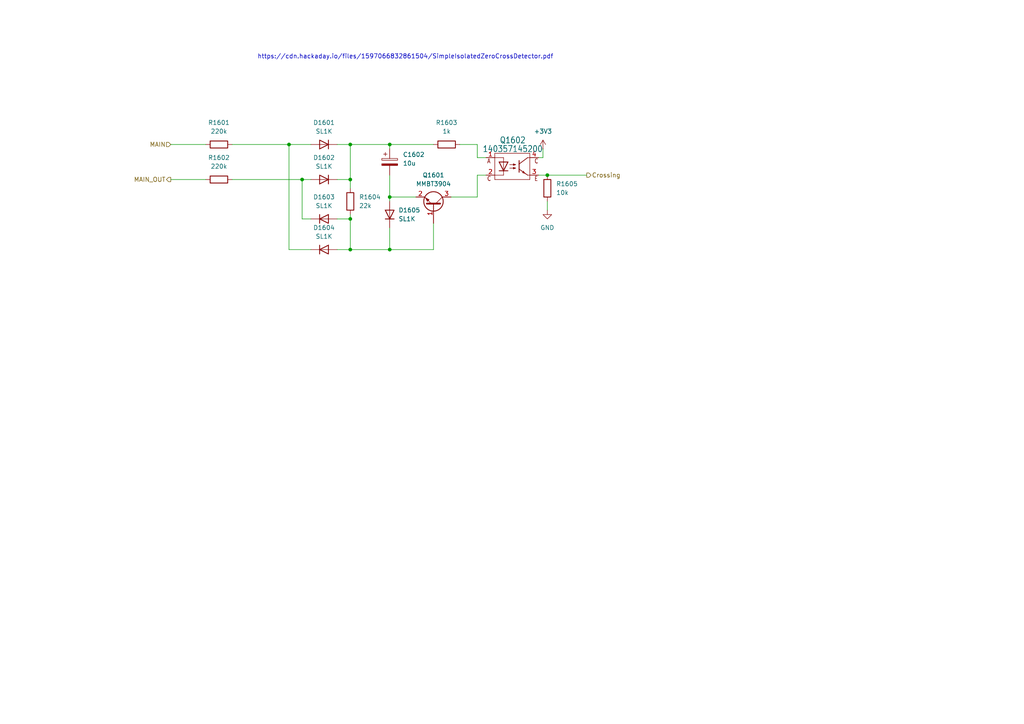
<source format=kicad_sch>
(kicad_sch (version 20231120) (generator "eeschema") (generator_version "8.0")
  (paper "A4")
  (lib_symbols
    (symbol "Device:C_Polarized" (pin_numbers hide) (pin_names (offset 0.254))
      (property "Reference" "C" (at 0.635 2.54 0))
      (property "Value" "C_Polarized" (at 0.635 -2.54 0))
      (symbol "C_Polarized_0_1"
        (rectangle (start -2.286 0.508) (end 2.286 1.016))
        (polyline (pts (xy -1.778 2.286) (xy -0.762 2.286)))
        (polyline (pts (xy -1.27 2.794) (xy -1.27 1.778)))
        (rectangle (start 2.286 -0.508) (end -2.286 -1.016) (fill (type outline)))
      )
      (symbol "C_Polarized_1_1"
        (pin passive line (at 0 3.81 270) (length 2.794) (name "~") (number "1"))
        (pin passive line (at 0 -3.81 90) (length 2.794) (name "~") (number "2"))
      )
    )
    (symbol "Device:D" (pin_numbers hide) (pin_names (offset 1.016) hide)
      (property "Reference" "D" (at 0 2.54 0))
      (property "Value" "D" (at 0 -2.54 0))
      (symbol "D_0_1"
        (polyline (pts (xy -1.27 1.27) (xy -1.27 -1.27)) (stroke (width 0.254)))
        (polyline (pts (xy 1.27 0) (xy -1.27 0)))
        (polyline (pts (xy 1.27 1.27) (xy 1.27 -1.27) (xy -1.27 0) (xy 1.27 1.27)) (stroke (width 0.254)))
      )
      (symbol "D_1_1"
        (pin passive line (at -3.81 0 0) (length 2.54) (name "K") (number "1"))
        (pin passive line (at 3.81 0 180) (length 2.54) (name "A") (number "2"))
      )
    )
    (symbol "Device:R" (pin_numbers hide) (pin_names (offset 0))
      (property "Reference" "R" (at 2.032 0 90))
      (property "Value" "R" (at 0 0 90))
      (symbol "R_0_1"
        (rectangle (start -1.016 -2.54) (end 1.016 2.54) (stroke (width 0.254)))
      )
      (symbol "R_1_1"
        (pin passive line (at 0 3.81 270) (length 1.27) (name "~") (number "1"))
        (pin passive line (at 0 -3.81 90) (length 1.27) (name "~") (number "2"))
      )
    )
    (symbol "Transistor_BJT:MMBT3904" (pin_names (offset 0) hide)
      (property "Reference" "Q" (at 5.08 1.905 0))
      (property "Value" "MMBT3904" (at 5.08 0 0))
      (symbol "MMBT3904_0_1"
        (polyline (pts (xy 0.635 0.635) (xy 2.54 2.54)))
        (polyline (pts (xy 0.635 -0.635) (xy 2.54 -2.54) (xy 2.54 -2.54)))
        (polyline (pts (xy 0.635 1.905) (xy 0.635 -1.905) (xy 0.635 -1.905)) (stroke (width 0.508)))
        (polyline (pts (xy 1.27 -1.778) (xy 1.778 -1.27) (xy 2.286 -2.286) (xy 1.27 -1.778) (xy 1.27 -1.778)) (fill (type outline)))
        (circle (center 1.27 0) (radius 2.8194) (stroke (width 0.254)))
      )
      (symbol "MMBT3904_1_1"
        (pin input line (at -5.08 0 0) (length 5.715) (name "B") (number "1"))
        (pin passive line (at 2.54 -5.08 90) (length 2.54) (name "E") (number "2"))
        (pin passive line (at 2.54 5.08 270) (length 2.54) (name "C") (number "3"))
      )
    )
    (symbol "power:+3V3" (power) (pin_numbers hide) (pin_names (offset 0) hide)
      (property "Value" "+3V3" (at 0 3.556 0))
      (symbol "+3V3_0_1"
        (polyline (pts (xy -0.762 1.27) (xy 0 2.54)))
        (polyline (pts (xy 0 0) (xy 0 2.54)))
        (polyline (pts (xy 0 2.54) (xy 0.762 1.27)))
      )
      (symbol "+3V3_1_1"
        (pin power_in line (at 0 0 90) (length 0) (name "~") (number "1"))
      )
    )
    (symbol "power:GND" (power) (pin_numbers hide) (pin_names (offset 0) hide)
      (property "Value" "GND" (at 0 -3.81 0))
      (symbol "GND_0_1"
        (polyline (pts (xy 0 0) (xy 0 -1.27) (xy 1.27 -1.27) (xy 0 -2.54) (xy -1.27 -1.27) (xy 0 -1.27)))
      )
      (symbol "GND_1_1"
        (pin power_in line (at 0 0 270) (length 0) (name "~") (number "1"))
      )
    )
    (symbol "wuerth:WL-OCPT_SERIES_101X"
      (property "Reference" "Q" (at 0 5.08 0))
      (symbol "WL-OCPT_SERIES_101X_1_0"
        (polyline (pts (xy -5.08 -3.81) (xy 5.08 -3.81)) (stroke (width 0.1524)))
        (polyline (pts (xy -5.08 3.81) (xy -5.08 -3.81)) (stroke (width 0.1524)))
        (polyline (pts (xy -5.08 3.81) (xy 5.08 3.81)) (stroke (width 0.1524)))
        (polyline (pts (xy -2.54 -2.54) (xy -5.08 -2.54)) (stroke (width 0.1524)))
        (polyline (pts (xy -2.54 -1.27) (xy -3.81 -1.27)) (stroke (width 0.254)))
        (polyline (pts (xy -2.54 -1.27) (xy -3.81 1.27)) (stroke (width 0.254)))
        (polyline (pts (xy -2.54 -1.27) (xy -2.54 -2.54)) (stroke (width 0.1524)))
        (polyline (pts (xy -2.54 1.27) (xy -3.81 1.27)) (stroke (width 0.254)))
        (polyline (pts (xy -2.54 1.27) (xy -2.54 -1.27)) (stroke (width 0.1524)))
        (polyline (pts (xy -2.54 1.27) (xy -2.54 2.54)) (stroke (width 0.1524)))
        (polyline (pts (xy -2.54 2.54) (xy -5.08 2.54)) (stroke (width 0.1524)))
        (polyline (pts (xy -1.27 -1.27) (xy -2.54 -1.27)) (stroke (width 0.254)))
        (polyline (pts (xy -1.27 1.27) (xy -2.54 -1.27)) (stroke (width 0.254)))
        (polyline (pts (xy -1.27 1.27) (xy -2.54 1.27)) (stroke (width 0.254)))
        (polyline (pts (xy -0.762 -0.508) (xy 0.508 -0.508)) (stroke (width 0.1524)))
        (polyline (pts (xy -0.762 0.508) (xy 0.508 0.508)) (stroke (width 0.1524)))
        (polyline (pts (xy 1.98 -0.8) (xy 1.98 -1.7)) (stroke (width 0.254)))
        (polyline (pts (xy 1.98 -0.8) (xy 4.445 -2.54)) (stroke (width 0.2)))
        (polyline (pts (xy 1.98 0.7) (xy 1.98 -0.8)) (stroke (width 0.254)))
        (polyline (pts (xy 1.98 0.7) (xy 4.445 2.54)) (stroke (width 0.2)))
        (polyline (pts (xy 1.98 1.7) (xy 1.98 0.7)) (stroke (width 0.254)))
        (polyline (pts (xy 4.445 -2.54) (xy 5.08 -2.54)) (stroke (width 0.1524)))
        (polyline (pts (xy 4.445 2.54) (xy 5.08 2.54)) (stroke (width 0.1524)))
        (polyline (pts (xy 5.08 -3.81) (xy 5.08 3.81)) (stroke (width 0.1524)))
        (polyline (pts (xy 0.254 -0.254) (xy 1.016 -0.508) (xy 0.254 -0.762)) (stroke (width 0.1524)) (fill (type outline)))
        (polyline (pts (xy 0.254 0.762) (xy 1.016 0.508) (xy 0.254 0.254)) (stroke (width 0.1524)) (fill (type outline)))
        (polyline (pts (xy 3.278 -1.354) (xy 2.951 -1.827) (xy 3.7494 -2.0556)) (stroke (width 0.1524)) (fill (type outline)))
        (text "A" (at -7.366 2.286 0) (effects (font (size 1.27 1.0795)) (justify left top)))
        (text "C" (at -7.366 -2.794 0) (effects (font (size 1.27 1.0795)) (justify left top)))
        (text "C" (at 6.35 2.286 0) (effects (font (size 1.27 1.0795)) (justify left top)))
        (text "E" (at 6.35 -2.794 0) (effects (font (size 1.27 1.0795)) (justify left top)))
        (pin passive line (at -7.62 2.54 0) (length 2.54) (name "1") (number "1"))
        (pin passive line (at -7.62 -2.54 0) (length 2.54) (name "2") (number "2"))
        (pin passive line (at 7.62 -2.54 180) (length 2.54) (name "3") (number "3"))
        (pin passive line (at 7.62 2.54 180) (length 2.54) (name "4") (number "4"))
      )
    )
  )
  (junction (at 101.6 63.5))
  (junction (at 83.82 41.91))
  (junction (at 158.75 50.8))
  (junction (at 113.03 57.15))
  (junction (at 101.6 72.39))
  (junction (at 101.6 41.91))
  (junction (at 101.6 52.07))
  (junction (at 113.03 72.39))
  (junction (at 113.03 41.91))
  (junction (at 87.63 52.07))
  (wire (pts (xy 138.43 45.72) (xy 140.97 45.72)))
  (wire (pts (xy 125.73 64.77) (xy 125.73 72.39)))
  (wire (pts (xy 87.63 52.07) (xy 87.63 63.5)))
  (wire (pts (xy 158.75 58.42) (xy 158.75 60.96)))
  (wire (pts (xy 101.6 41.91) (xy 101.6 52.07)))
  (wire (pts (xy 113.03 72.39) (xy 101.6 72.39)))
  (wire (pts (xy 113.03 41.91) (xy 125.73 41.91)))
  (wire (pts (xy 138.43 50.8) (xy 138.43 57.15)))
  (wire (pts (xy 90.17 72.39) (xy 83.82 72.39)))
  (wire (pts (xy 113.03 66.04) (xy 113.03 72.39)))
  (wire (pts (xy 83.82 41.91) (xy 90.17 41.91)))
  (wire (pts (xy 113.03 57.15) (xy 120.65 57.15)))
  (wire (pts (xy 49.53 41.91) (xy 59.69 41.91)))
  (wire (pts (xy 87.63 52.07) (xy 90.17 52.07)))
  (wire (pts (xy 97.79 41.91) (xy 101.6 41.91)))
  (wire (pts (xy 113.03 72.39) (xy 125.73 72.39)))
  (wire (pts (xy 130.81 57.15) (xy 138.43 57.15)))
  (wire (pts (xy 113.03 41.91) (xy 113.03 43.18)))
  (wire (pts (xy 101.6 62.23) (xy 101.6 63.5)))
  (wire (pts (xy 113.03 50.8) (xy 113.03 57.15)))
  (wire (pts (xy 97.79 63.5) (xy 101.6 63.5)))
  (wire (pts (xy 101.6 52.07) (xy 101.6 54.61)))
  (wire (pts (xy 101.6 63.5) (xy 101.6 72.39)))
  (wire (pts (xy 101.6 41.91) (xy 113.03 41.91)))
  (wire (pts (xy 113.03 57.15) (xy 113.03 58.42)))
  (wire (pts (xy 157.48 45.72) (xy 156.21 45.72)))
  (wire (pts (xy 97.79 52.07) (xy 101.6 52.07)))
  (wire (pts (xy 67.31 52.07) (xy 87.63 52.07)))
  (wire (pts (xy 67.31 41.91) (xy 83.82 41.91)))
  (wire (pts (xy 158.75 50.8) (xy 170.18 50.8)))
  (wire (pts (xy 49.53 52.07) (xy 59.69 52.07)))
  (wire (pts (xy 133.35 41.91) (xy 138.43 41.91)))
  (wire (pts (xy 90.17 63.5) (xy 87.63 63.5)))
  (wire (pts (xy 83.82 41.91) (xy 83.82 72.39)))
  (wire (pts (xy 138.43 50.8) (xy 140.97 50.8)))
  (wire (pts (xy 97.79 72.39) (xy 101.6 72.39)))
  (wire (pts (xy 157.48 43.18) (xy 157.48 45.72)))
  (wire (pts (xy 138.43 41.91) (xy 138.43 45.72)))
  (wire (pts (xy 156.21 50.8) (xy 158.75 50.8)))
  (text "https://cdn.hackaday.io/files/1597066832861504/SimpleIsolatedZeroCrossDetector.pdf" (at 117.602 16.51 0) (effects (font (size 1.27 1.27))))
  (hierarchical_label "MAIN" (shape input) (at 49.53 41.91 180))
  (hierarchical_label "MAIN_OUT" (shape output) (at 49.53 52.07 180))
  (hierarchical_label "Crossing" (shape output) (at 170.18 50.8 0))
  (symbol (lib_id "Device:R") (at 63.5 52.07 90) (unit 1)
    (property "Reference" "R1602" (at 63.5 45.72 90))
    (property "Value" "220k" (at 63.5 48.26 90))
    (property "Footprint" "Resistor_SMD:R_1206_3216Metric" (effects (hide yes)))
    (property "Description" "Resistor" (effects (hide yes)))
  )
  (symbol (lib_id "Device:R") (at 101.6 58.42 0) (unit 1)
    (property "Reference" "R1604" (at 104.14 57.1499 0) (effects (justify left)))
    (property "Value" "22k" (at 104.14 59.6899 0) (effects (justify left)))
    (property "Footprint" "Resistor_SMD:R_0603_1608Metric" (effects (hide yes)))
    (property "Description" "Resistor" (effects (hide yes)))
  )
  (symbol (lib_id "Device:C_Polarized") (at 113.03 46.99 0) (unit 1)
    (property "Reference" "C1602" (at 116.84 44.8309 0) (effects (justify left)))
    (property "Value" "10u" (at 116.84 47.3709 0) (effects (justify left)))
    (property "Footprint" "Capacitor_SMD:CP_Elec_4x5.7" (effects (hide yes)))
    (property "Description" "Polarized capacitor" (effects (hide yes)))
  )
  (symbol (lib_id "Device:D") (at 93.98 52.07 180) (unit 1)
    (property "Reference" "D1602" (at 93.98 45.72 0))
    (property "Value" "SL1K" (at 93.98 48.26 0))
    (property "Footprint" "Diode_SMD:D_SOD-123F" (effects (hide yes)))
    (property "Description" "Diode" (effects (hide yes)))
    (property "Sim.Device" "D" (effects (hide yes)))
    (property "Sim.Pins" "1=K 2=A" (effects (hide yes)))
  )
  (symbol (lib_id "wuerth:WL-OCPT_SERIES_101X") (at 148.59 48.26 0) (unit 1)
    (property "Reference" "Q1602" (at 148.7162 40.64 0) (effects (font (size 1.778 1.5113))))
    (property "Value" "140357145200" (at 148.7162 43.18 0) (effects (font (size 1.778 1.5113))))
    (property "Footprint" "WL-OCPT_LSOP4" (effects (hide yes)))
  )
  (symbol (lib_id "Transistor_BJT:MMBT3904") (at 125.73 59.69 270) (mirror x) (unit 1)
    (property "Reference" "Q1601" (at 125.73 50.8 90))
    (property "Value" "MMBT3904" (at 125.73 53.34 90))
    (property "Footprint" "Package_TO_SOT_SMD:SOT-23" (effects (hide yes)))
    (property "Datasheet" "https://www.onsemi.com/pdf/datasheet/pzt3904-d.pdf" (effects (hide yes)))
    (property "Description" "0.2A Ic, 40V Vce, Small Signal NPN Transistor, SOT-23" (effects (hide yes)))
  )
  (symbol (lib_id "power:GND") (at 158.75 60.96 0) (unit 1)
    (property "Reference" "#PWR01602" (effects (hide yes)))
    (property "Value" "GND" (at 158.75 66.04 0))
    (property "Description" "Power symbol creates a global label with name \"GND\" , ground" (effects (hide yes)))
  )
  (symbol (lib_id "Device:R") (at 158.75 54.61 0) (unit 1)
    (property "Reference" "R1605" (at 161.29 53.3399 0) (effects (justify left)))
    (property "Value" "10k" (at 161.29 55.8799 0) (effects (justify left)))
    (property "Footprint" "Resistor_SMD:R_0603_1608Metric" (effects (hide yes)))
    (property "Description" "Resistor" (effects (hide yes)))
  )
  (symbol (lib_id "Device:R") (at 63.5 41.91 90) (unit 1)
    (property "Reference" "R1601" (at 63.5 35.56 90))
    (property "Value" "220k" (at 63.5 38.1 90))
    (property "Footprint" "Resistor_SMD:R_1206_3216Metric" (effects (hide yes)))
    (property "Description" "Resistor" (effects (hide yes)))
  )
  (symbol (lib_id "Device:D") (at 93.98 72.39 0) (unit 1)
    (property "Reference" "D1604" (at 93.98 66.04 0))
    (property "Value" "SL1K" (at 93.98 68.58 0))
    (property "Footprint" "Diode_SMD:D_SOD-123F" (effects (hide yes)))
    (property "Description" "Diode" (effects (hide yes)))
    (property "Sim.Device" "D" (effects (hide yes)))
    (property "Sim.Pins" "1=K 2=A" (effects (hide yes)))
  )
  (symbol (lib_id "Device:R") (at 129.54 41.91 270) (unit 1)
    (property "Reference" "R1603" (at 129.54 35.56 90))
    (property "Value" "1k" (at 129.54 38.1 90))
    (property "Footprint" "Resistor_SMD:R_0603_1608Metric" (effects (hide yes)))
    (property "Description" "Resistor" (effects (hide yes)))
  )
  (symbol (lib_id "Device:D") (at 113.03 62.23 90) (unit 1)
    (property "Reference" "D1605" (at 115.57 60.9599 90) (effects (justify right)))
    (property "Value" "SL1K" (at 115.57 63.4999 90) (effects (justify right)))
    (property "Footprint" "Diode_SMD:D_SOD-123F" (effects (hide yes)))
    (property "Description" "Diode" (effects (hide yes)))
    (property "Sim.Device" "D" (effects (hide yes)))
    (property "Sim.Pins" "1=K 2=A" (effects (hide yes)))
  )
  (symbol (lib_id "Device:D") (at 93.98 41.91 180) (unit 1)
    (property "Reference" "D1601" (at 93.98 35.56 0))
    (property "Value" "SL1K" (at 93.98 38.1 0))
    (property "Footprint" "Diode_SMD:D_SOD-123F" (effects (hide yes)))
    (property "Description" "Diode" (effects (hide yes)))
    (property "Sim.Device" "D" (effects (hide yes)))
    (property "Sim.Pins" "1=K 2=A" (effects (hide yes)))
  )
  (symbol (lib_id "power:+3V3") (at 157.48 43.18 0) (unit 1)
    (property "Reference" "#PWR01601" (effects (hide yes)))
    (property "Value" "+3V3" (at 157.48 38.1 0))
    (property "Description" "Power symbol creates a global label with name \"+3V3\"" (effects (hide yes)))
  )
  (symbol (lib_id "Device:D") (at 93.98 63.5 0) (unit 1)
    (property "Reference" "D1603" (at 93.98 57.15 0))
    (property "Value" "SL1K" (at 93.98 59.69 0))
    (property "Footprint" "Diode_SMD:D_SOD-123F" (effects (hide yes)))
    (property "Description" "Diode" (effects (hide yes)))
    (property "Sim.Device" "D" (effects (hide yes)))
    (property "Sim.Pins" "1=K 2=A" (effects (hide yes)))
  )
)
</source>
